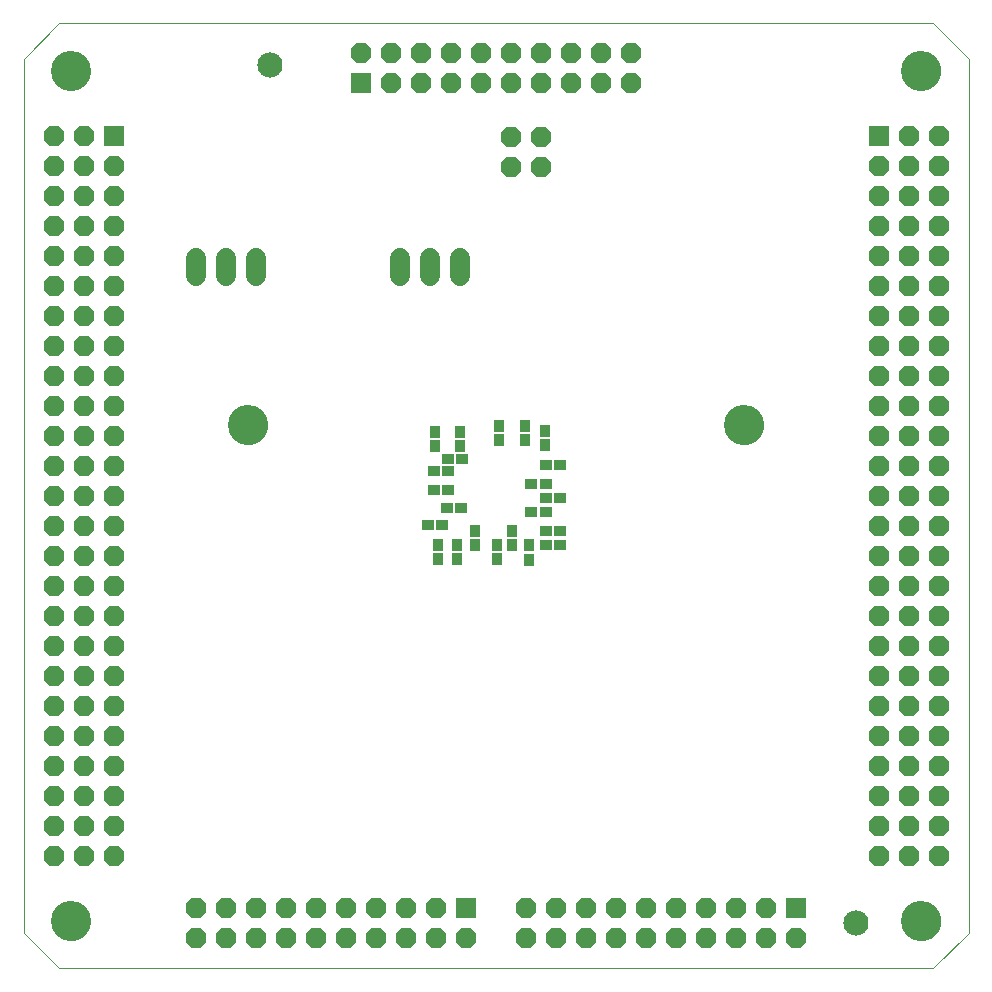
<source format=gbs>
G75*
%MOIN*%
%OFA0B0*%
%FSLAX25Y25*%
%IPPOS*%
%LPD*%
%AMOC8*
5,1,8,0,0,1.08239X$1,22.5*
%
%ADD10R,0.06800X0.06800*%
%ADD11OC8,0.06800*%
%ADD12R,0.03713X0.04442*%
%ADD13R,0.04442X0.03713*%
%ADD14C,0.00000*%
%ADD15C,0.13398*%
%ADD16C,0.06800*%
%ADD17C,0.08400*%
D10*
X0182500Y0029561D03*
X0292500Y0029561D03*
X0320000Y0287100D03*
X0147520Y0304710D03*
X0065000Y0287100D03*
D11*
X0055000Y0287100D03*
X0055000Y0277100D03*
X0065000Y0277100D03*
X0065000Y0267100D03*
X0055000Y0267100D03*
X0055000Y0257100D03*
X0065000Y0257100D03*
X0065000Y0247100D03*
X0055000Y0247100D03*
X0055000Y0237100D03*
X0065000Y0237100D03*
X0065000Y0227100D03*
X0055000Y0227100D03*
X0055000Y0217100D03*
X0065000Y0217100D03*
X0065000Y0207100D03*
X0055000Y0207100D03*
X0055000Y0197100D03*
X0065000Y0197100D03*
X0065000Y0187100D03*
X0055000Y0187100D03*
X0055000Y0177100D03*
X0065000Y0177100D03*
X0065000Y0167100D03*
X0055000Y0167100D03*
X0055000Y0157100D03*
X0065000Y0157100D03*
X0065000Y0147100D03*
X0055000Y0147100D03*
X0055000Y0137100D03*
X0065000Y0137100D03*
X0065000Y0127100D03*
X0055000Y0127100D03*
X0055000Y0117100D03*
X0065000Y0117100D03*
X0065000Y0107100D03*
X0055000Y0107100D03*
X0055000Y0097100D03*
X0065000Y0097100D03*
X0065000Y0087100D03*
X0055000Y0087100D03*
X0055000Y0077100D03*
X0065000Y0077100D03*
X0065000Y0067100D03*
X0055000Y0067100D03*
X0055000Y0057100D03*
X0055000Y0047100D03*
X0065000Y0047100D03*
X0065000Y0057100D03*
X0045000Y0057100D03*
X0045000Y0047100D03*
X0045000Y0067100D03*
X0045000Y0077100D03*
X0045000Y0087100D03*
X0045000Y0097100D03*
X0045000Y0107100D03*
X0045000Y0117100D03*
X0045000Y0127100D03*
X0045000Y0137100D03*
X0045000Y0147100D03*
X0045000Y0157100D03*
X0045000Y0167100D03*
X0045000Y0177100D03*
X0045000Y0187100D03*
X0045000Y0197100D03*
X0045000Y0207100D03*
X0045000Y0217100D03*
X0045000Y0227100D03*
X0045000Y0237100D03*
X0045000Y0247100D03*
X0045000Y0257100D03*
X0045000Y0267100D03*
X0045000Y0277100D03*
X0045000Y0287100D03*
X0147520Y0314710D03*
X0157520Y0314710D03*
X0167520Y0314710D03*
X0177520Y0314710D03*
X0187520Y0314710D03*
X0197520Y0314710D03*
X0207520Y0314710D03*
X0217520Y0314710D03*
X0227520Y0314710D03*
X0237520Y0314710D03*
X0237520Y0304710D03*
X0227520Y0304710D03*
X0217520Y0304710D03*
X0207520Y0304710D03*
X0197520Y0304710D03*
X0187520Y0304710D03*
X0177520Y0304710D03*
X0167520Y0304710D03*
X0157520Y0304710D03*
X0197420Y0286700D03*
X0207420Y0286700D03*
X0207420Y0276700D03*
X0197420Y0276700D03*
X0320000Y0277100D03*
X0330000Y0277100D03*
X0330000Y0267100D03*
X0320000Y0267100D03*
X0320000Y0257100D03*
X0330000Y0257100D03*
X0330000Y0247100D03*
X0320000Y0247100D03*
X0320000Y0237100D03*
X0330000Y0237100D03*
X0330000Y0227100D03*
X0320000Y0227100D03*
X0320000Y0217100D03*
X0330000Y0217100D03*
X0330000Y0207100D03*
X0320000Y0207100D03*
X0320000Y0197100D03*
X0330000Y0197100D03*
X0330000Y0187100D03*
X0320000Y0187100D03*
X0320000Y0177100D03*
X0330000Y0177100D03*
X0330000Y0167100D03*
X0320000Y0167100D03*
X0320000Y0157100D03*
X0330000Y0157100D03*
X0330000Y0147100D03*
X0320000Y0147100D03*
X0320000Y0137100D03*
X0330000Y0137100D03*
X0330000Y0127100D03*
X0320000Y0127100D03*
X0320000Y0117100D03*
X0330000Y0117100D03*
X0330000Y0107100D03*
X0320000Y0107100D03*
X0320000Y0097100D03*
X0330000Y0097100D03*
X0330000Y0087100D03*
X0320000Y0087100D03*
X0320000Y0077100D03*
X0330000Y0077100D03*
X0330000Y0067100D03*
X0320000Y0067100D03*
X0320000Y0057100D03*
X0320000Y0047100D03*
X0330000Y0047100D03*
X0330000Y0057100D03*
X0340000Y0057100D03*
X0340000Y0047100D03*
X0340000Y0067100D03*
X0340000Y0077100D03*
X0340000Y0087100D03*
X0340000Y0097100D03*
X0340000Y0107100D03*
X0340000Y0117100D03*
X0340000Y0127100D03*
X0340000Y0137100D03*
X0340000Y0147100D03*
X0340000Y0157100D03*
X0340000Y0167100D03*
X0340000Y0177100D03*
X0340000Y0187100D03*
X0340000Y0197100D03*
X0340000Y0207100D03*
X0340000Y0217100D03*
X0340000Y0227100D03*
X0340000Y0237100D03*
X0340000Y0247100D03*
X0340000Y0257100D03*
X0340000Y0267100D03*
X0340000Y0277100D03*
X0340000Y0287100D03*
X0330000Y0287100D03*
X0282500Y0029561D03*
X0272500Y0029561D03*
X0262500Y0029561D03*
X0252500Y0029561D03*
X0242500Y0029561D03*
X0232500Y0029561D03*
X0222500Y0029561D03*
X0212500Y0029561D03*
X0202500Y0029561D03*
X0202500Y0019561D03*
X0212500Y0019561D03*
X0222500Y0019561D03*
X0232500Y0019561D03*
X0242500Y0019561D03*
X0252500Y0019561D03*
X0262500Y0019561D03*
X0272500Y0019561D03*
X0282500Y0019561D03*
X0292500Y0019561D03*
X0182500Y0019561D03*
X0172500Y0019561D03*
X0162500Y0019561D03*
X0162500Y0029561D03*
X0172500Y0029561D03*
X0152500Y0029561D03*
X0142500Y0029561D03*
X0132500Y0029561D03*
X0122500Y0029561D03*
X0112500Y0029561D03*
X0102500Y0029561D03*
X0092500Y0029561D03*
X0092500Y0019561D03*
X0102500Y0019561D03*
X0112500Y0019561D03*
X0122500Y0019561D03*
X0132500Y0019561D03*
X0142500Y0019561D03*
X0152500Y0019561D03*
D12*
X0173000Y0145938D03*
X0173000Y0150662D03*
X0179300Y0150662D03*
X0179300Y0145938D03*
X0185400Y0150738D03*
X0185400Y0155462D03*
X0192700Y0150662D03*
X0192700Y0145938D03*
X0197900Y0150738D03*
X0203400Y0150562D03*
X0203400Y0145838D03*
X0197900Y0155462D03*
X0208700Y0184038D03*
X0208700Y0188762D03*
X0202000Y0190462D03*
X0202000Y0185738D03*
X0193500Y0185738D03*
X0193500Y0190462D03*
X0180600Y0188462D03*
X0180600Y0183738D03*
X0172100Y0183738D03*
X0172100Y0188462D03*
D13*
X0176438Y0179300D03*
X0176562Y0175300D03*
X0171838Y0175300D03*
X0171838Y0169100D03*
X0176562Y0169100D03*
X0176138Y0163200D03*
X0180862Y0163200D03*
X0174362Y0157300D03*
X0169638Y0157300D03*
X0181162Y0179300D03*
X0204238Y0171100D03*
X0208962Y0171100D03*
X0209038Y0166300D03*
X0208962Y0161800D03*
X0204238Y0161800D03*
X0209038Y0155300D03*
X0213762Y0155300D03*
X0213762Y0150800D03*
X0209038Y0150800D03*
X0213762Y0166300D03*
X0213762Y0177400D03*
X0209038Y0177400D03*
D14*
X0046811Y0009600D02*
X0035000Y0021411D01*
X0035000Y0312750D01*
X0046811Y0324561D01*
X0338150Y0324561D01*
X0349961Y0312750D01*
X0349961Y0021411D01*
X0338150Y0009600D01*
X0046811Y0009600D01*
X0044449Y0025348D02*
X0044451Y0025506D01*
X0044457Y0025664D01*
X0044467Y0025822D01*
X0044481Y0025980D01*
X0044499Y0026137D01*
X0044520Y0026294D01*
X0044546Y0026450D01*
X0044576Y0026606D01*
X0044609Y0026761D01*
X0044647Y0026914D01*
X0044688Y0027067D01*
X0044733Y0027219D01*
X0044782Y0027370D01*
X0044835Y0027519D01*
X0044891Y0027667D01*
X0044951Y0027813D01*
X0045015Y0027958D01*
X0045083Y0028101D01*
X0045154Y0028243D01*
X0045228Y0028383D01*
X0045306Y0028520D01*
X0045388Y0028656D01*
X0045472Y0028790D01*
X0045561Y0028921D01*
X0045652Y0029050D01*
X0045747Y0029177D01*
X0045844Y0029302D01*
X0045945Y0029424D01*
X0046049Y0029543D01*
X0046156Y0029660D01*
X0046266Y0029774D01*
X0046379Y0029885D01*
X0046494Y0029994D01*
X0046612Y0030099D01*
X0046733Y0030201D01*
X0046856Y0030301D01*
X0046982Y0030397D01*
X0047110Y0030490D01*
X0047240Y0030580D01*
X0047373Y0030666D01*
X0047508Y0030750D01*
X0047644Y0030829D01*
X0047783Y0030906D01*
X0047924Y0030978D01*
X0048066Y0031048D01*
X0048210Y0031113D01*
X0048356Y0031175D01*
X0048503Y0031233D01*
X0048652Y0031288D01*
X0048802Y0031339D01*
X0048953Y0031386D01*
X0049105Y0031429D01*
X0049258Y0031468D01*
X0049413Y0031504D01*
X0049568Y0031535D01*
X0049724Y0031563D01*
X0049880Y0031587D01*
X0050037Y0031607D01*
X0050195Y0031623D01*
X0050352Y0031635D01*
X0050511Y0031643D01*
X0050669Y0031647D01*
X0050827Y0031647D01*
X0050985Y0031643D01*
X0051144Y0031635D01*
X0051301Y0031623D01*
X0051459Y0031607D01*
X0051616Y0031587D01*
X0051772Y0031563D01*
X0051928Y0031535D01*
X0052083Y0031504D01*
X0052238Y0031468D01*
X0052391Y0031429D01*
X0052543Y0031386D01*
X0052694Y0031339D01*
X0052844Y0031288D01*
X0052993Y0031233D01*
X0053140Y0031175D01*
X0053286Y0031113D01*
X0053430Y0031048D01*
X0053572Y0030978D01*
X0053713Y0030906D01*
X0053852Y0030829D01*
X0053988Y0030750D01*
X0054123Y0030666D01*
X0054256Y0030580D01*
X0054386Y0030490D01*
X0054514Y0030397D01*
X0054640Y0030301D01*
X0054763Y0030201D01*
X0054884Y0030099D01*
X0055002Y0029994D01*
X0055117Y0029885D01*
X0055230Y0029774D01*
X0055340Y0029660D01*
X0055447Y0029543D01*
X0055551Y0029424D01*
X0055652Y0029302D01*
X0055749Y0029177D01*
X0055844Y0029050D01*
X0055935Y0028921D01*
X0056024Y0028790D01*
X0056108Y0028656D01*
X0056190Y0028520D01*
X0056268Y0028383D01*
X0056342Y0028243D01*
X0056413Y0028101D01*
X0056481Y0027958D01*
X0056545Y0027813D01*
X0056605Y0027667D01*
X0056661Y0027519D01*
X0056714Y0027370D01*
X0056763Y0027219D01*
X0056808Y0027067D01*
X0056849Y0026914D01*
X0056887Y0026761D01*
X0056920Y0026606D01*
X0056950Y0026450D01*
X0056976Y0026294D01*
X0056997Y0026137D01*
X0057015Y0025980D01*
X0057029Y0025822D01*
X0057039Y0025664D01*
X0057045Y0025506D01*
X0057047Y0025348D01*
X0057045Y0025190D01*
X0057039Y0025032D01*
X0057029Y0024874D01*
X0057015Y0024716D01*
X0056997Y0024559D01*
X0056976Y0024402D01*
X0056950Y0024246D01*
X0056920Y0024090D01*
X0056887Y0023935D01*
X0056849Y0023782D01*
X0056808Y0023629D01*
X0056763Y0023477D01*
X0056714Y0023326D01*
X0056661Y0023177D01*
X0056605Y0023029D01*
X0056545Y0022883D01*
X0056481Y0022738D01*
X0056413Y0022595D01*
X0056342Y0022453D01*
X0056268Y0022313D01*
X0056190Y0022176D01*
X0056108Y0022040D01*
X0056024Y0021906D01*
X0055935Y0021775D01*
X0055844Y0021646D01*
X0055749Y0021519D01*
X0055652Y0021394D01*
X0055551Y0021272D01*
X0055447Y0021153D01*
X0055340Y0021036D01*
X0055230Y0020922D01*
X0055117Y0020811D01*
X0055002Y0020702D01*
X0054884Y0020597D01*
X0054763Y0020495D01*
X0054640Y0020395D01*
X0054514Y0020299D01*
X0054386Y0020206D01*
X0054256Y0020116D01*
X0054123Y0020030D01*
X0053988Y0019946D01*
X0053852Y0019867D01*
X0053713Y0019790D01*
X0053572Y0019718D01*
X0053430Y0019648D01*
X0053286Y0019583D01*
X0053140Y0019521D01*
X0052993Y0019463D01*
X0052844Y0019408D01*
X0052694Y0019357D01*
X0052543Y0019310D01*
X0052391Y0019267D01*
X0052238Y0019228D01*
X0052083Y0019192D01*
X0051928Y0019161D01*
X0051772Y0019133D01*
X0051616Y0019109D01*
X0051459Y0019089D01*
X0051301Y0019073D01*
X0051144Y0019061D01*
X0050985Y0019053D01*
X0050827Y0019049D01*
X0050669Y0019049D01*
X0050511Y0019053D01*
X0050352Y0019061D01*
X0050195Y0019073D01*
X0050037Y0019089D01*
X0049880Y0019109D01*
X0049724Y0019133D01*
X0049568Y0019161D01*
X0049413Y0019192D01*
X0049258Y0019228D01*
X0049105Y0019267D01*
X0048953Y0019310D01*
X0048802Y0019357D01*
X0048652Y0019408D01*
X0048503Y0019463D01*
X0048356Y0019521D01*
X0048210Y0019583D01*
X0048066Y0019648D01*
X0047924Y0019718D01*
X0047783Y0019790D01*
X0047644Y0019867D01*
X0047508Y0019946D01*
X0047373Y0020030D01*
X0047240Y0020116D01*
X0047110Y0020206D01*
X0046982Y0020299D01*
X0046856Y0020395D01*
X0046733Y0020495D01*
X0046612Y0020597D01*
X0046494Y0020702D01*
X0046379Y0020811D01*
X0046266Y0020922D01*
X0046156Y0021036D01*
X0046049Y0021153D01*
X0045945Y0021272D01*
X0045844Y0021394D01*
X0045747Y0021519D01*
X0045652Y0021646D01*
X0045561Y0021775D01*
X0045472Y0021906D01*
X0045388Y0022040D01*
X0045306Y0022176D01*
X0045228Y0022313D01*
X0045154Y0022453D01*
X0045083Y0022595D01*
X0045015Y0022738D01*
X0044951Y0022883D01*
X0044891Y0023029D01*
X0044835Y0023177D01*
X0044782Y0023326D01*
X0044733Y0023477D01*
X0044688Y0023629D01*
X0044647Y0023782D01*
X0044609Y0023935D01*
X0044576Y0024090D01*
X0044546Y0024246D01*
X0044520Y0024402D01*
X0044499Y0024559D01*
X0044481Y0024716D01*
X0044467Y0024874D01*
X0044457Y0025032D01*
X0044451Y0025190D01*
X0044449Y0025348D01*
X0103504Y0190702D02*
X0103506Y0190860D01*
X0103512Y0191018D01*
X0103522Y0191176D01*
X0103536Y0191334D01*
X0103554Y0191491D01*
X0103575Y0191648D01*
X0103601Y0191804D01*
X0103631Y0191960D01*
X0103664Y0192115D01*
X0103702Y0192268D01*
X0103743Y0192421D01*
X0103788Y0192573D01*
X0103837Y0192724D01*
X0103890Y0192873D01*
X0103946Y0193021D01*
X0104006Y0193167D01*
X0104070Y0193312D01*
X0104138Y0193455D01*
X0104209Y0193597D01*
X0104283Y0193737D01*
X0104361Y0193874D01*
X0104443Y0194010D01*
X0104527Y0194144D01*
X0104616Y0194275D01*
X0104707Y0194404D01*
X0104802Y0194531D01*
X0104899Y0194656D01*
X0105000Y0194778D01*
X0105104Y0194897D01*
X0105211Y0195014D01*
X0105321Y0195128D01*
X0105434Y0195239D01*
X0105549Y0195348D01*
X0105667Y0195453D01*
X0105788Y0195555D01*
X0105911Y0195655D01*
X0106037Y0195751D01*
X0106165Y0195844D01*
X0106295Y0195934D01*
X0106428Y0196020D01*
X0106563Y0196104D01*
X0106699Y0196183D01*
X0106838Y0196260D01*
X0106979Y0196332D01*
X0107121Y0196402D01*
X0107265Y0196467D01*
X0107411Y0196529D01*
X0107558Y0196587D01*
X0107707Y0196642D01*
X0107857Y0196693D01*
X0108008Y0196740D01*
X0108160Y0196783D01*
X0108313Y0196822D01*
X0108468Y0196858D01*
X0108623Y0196889D01*
X0108779Y0196917D01*
X0108935Y0196941D01*
X0109092Y0196961D01*
X0109250Y0196977D01*
X0109407Y0196989D01*
X0109566Y0196997D01*
X0109724Y0197001D01*
X0109882Y0197001D01*
X0110040Y0196997D01*
X0110199Y0196989D01*
X0110356Y0196977D01*
X0110514Y0196961D01*
X0110671Y0196941D01*
X0110827Y0196917D01*
X0110983Y0196889D01*
X0111138Y0196858D01*
X0111293Y0196822D01*
X0111446Y0196783D01*
X0111598Y0196740D01*
X0111749Y0196693D01*
X0111899Y0196642D01*
X0112048Y0196587D01*
X0112195Y0196529D01*
X0112341Y0196467D01*
X0112485Y0196402D01*
X0112627Y0196332D01*
X0112768Y0196260D01*
X0112907Y0196183D01*
X0113043Y0196104D01*
X0113178Y0196020D01*
X0113311Y0195934D01*
X0113441Y0195844D01*
X0113569Y0195751D01*
X0113695Y0195655D01*
X0113818Y0195555D01*
X0113939Y0195453D01*
X0114057Y0195348D01*
X0114172Y0195239D01*
X0114285Y0195128D01*
X0114395Y0195014D01*
X0114502Y0194897D01*
X0114606Y0194778D01*
X0114707Y0194656D01*
X0114804Y0194531D01*
X0114899Y0194404D01*
X0114990Y0194275D01*
X0115079Y0194144D01*
X0115163Y0194010D01*
X0115245Y0193874D01*
X0115323Y0193737D01*
X0115397Y0193597D01*
X0115468Y0193455D01*
X0115536Y0193312D01*
X0115600Y0193167D01*
X0115660Y0193021D01*
X0115716Y0192873D01*
X0115769Y0192724D01*
X0115818Y0192573D01*
X0115863Y0192421D01*
X0115904Y0192268D01*
X0115942Y0192115D01*
X0115975Y0191960D01*
X0116005Y0191804D01*
X0116031Y0191648D01*
X0116052Y0191491D01*
X0116070Y0191334D01*
X0116084Y0191176D01*
X0116094Y0191018D01*
X0116100Y0190860D01*
X0116102Y0190702D01*
X0116100Y0190544D01*
X0116094Y0190386D01*
X0116084Y0190228D01*
X0116070Y0190070D01*
X0116052Y0189913D01*
X0116031Y0189756D01*
X0116005Y0189600D01*
X0115975Y0189444D01*
X0115942Y0189289D01*
X0115904Y0189136D01*
X0115863Y0188983D01*
X0115818Y0188831D01*
X0115769Y0188680D01*
X0115716Y0188531D01*
X0115660Y0188383D01*
X0115600Y0188237D01*
X0115536Y0188092D01*
X0115468Y0187949D01*
X0115397Y0187807D01*
X0115323Y0187667D01*
X0115245Y0187530D01*
X0115163Y0187394D01*
X0115079Y0187260D01*
X0114990Y0187129D01*
X0114899Y0187000D01*
X0114804Y0186873D01*
X0114707Y0186748D01*
X0114606Y0186626D01*
X0114502Y0186507D01*
X0114395Y0186390D01*
X0114285Y0186276D01*
X0114172Y0186165D01*
X0114057Y0186056D01*
X0113939Y0185951D01*
X0113818Y0185849D01*
X0113695Y0185749D01*
X0113569Y0185653D01*
X0113441Y0185560D01*
X0113311Y0185470D01*
X0113178Y0185384D01*
X0113043Y0185300D01*
X0112907Y0185221D01*
X0112768Y0185144D01*
X0112627Y0185072D01*
X0112485Y0185002D01*
X0112341Y0184937D01*
X0112195Y0184875D01*
X0112048Y0184817D01*
X0111899Y0184762D01*
X0111749Y0184711D01*
X0111598Y0184664D01*
X0111446Y0184621D01*
X0111293Y0184582D01*
X0111138Y0184546D01*
X0110983Y0184515D01*
X0110827Y0184487D01*
X0110671Y0184463D01*
X0110514Y0184443D01*
X0110356Y0184427D01*
X0110199Y0184415D01*
X0110040Y0184407D01*
X0109882Y0184403D01*
X0109724Y0184403D01*
X0109566Y0184407D01*
X0109407Y0184415D01*
X0109250Y0184427D01*
X0109092Y0184443D01*
X0108935Y0184463D01*
X0108779Y0184487D01*
X0108623Y0184515D01*
X0108468Y0184546D01*
X0108313Y0184582D01*
X0108160Y0184621D01*
X0108008Y0184664D01*
X0107857Y0184711D01*
X0107707Y0184762D01*
X0107558Y0184817D01*
X0107411Y0184875D01*
X0107265Y0184937D01*
X0107121Y0185002D01*
X0106979Y0185072D01*
X0106838Y0185144D01*
X0106699Y0185221D01*
X0106563Y0185300D01*
X0106428Y0185384D01*
X0106295Y0185470D01*
X0106165Y0185560D01*
X0106037Y0185653D01*
X0105911Y0185749D01*
X0105788Y0185849D01*
X0105667Y0185951D01*
X0105549Y0186056D01*
X0105434Y0186165D01*
X0105321Y0186276D01*
X0105211Y0186390D01*
X0105104Y0186507D01*
X0105000Y0186626D01*
X0104899Y0186748D01*
X0104802Y0186873D01*
X0104707Y0187000D01*
X0104616Y0187129D01*
X0104527Y0187260D01*
X0104443Y0187394D01*
X0104361Y0187530D01*
X0104283Y0187667D01*
X0104209Y0187807D01*
X0104138Y0187949D01*
X0104070Y0188092D01*
X0104006Y0188237D01*
X0103946Y0188383D01*
X0103890Y0188531D01*
X0103837Y0188680D01*
X0103788Y0188831D01*
X0103743Y0188983D01*
X0103702Y0189136D01*
X0103664Y0189289D01*
X0103631Y0189444D01*
X0103601Y0189600D01*
X0103575Y0189756D01*
X0103554Y0189913D01*
X0103536Y0190070D01*
X0103522Y0190228D01*
X0103512Y0190386D01*
X0103506Y0190544D01*
X0103504Y0190702D01*
X0044449Y0308813D02*
X0044451Y0308971D01*
X0044457Y0309129D01*
X0044467Y0309287D01*
X0044481Y0309445D01*
X0044499Y0309602D01*
X0044520Y0309759D01*
X0044546Y0309915D01*
X0044576Y0310071D01*
X0044609Y0310226D01*
X0044647Y0310379D01*
X0044688Y0310532D01*
X0044733Y0310684D01*
X0044782Y0310835D01*
X0044835Y0310984D01*
X0044891Y0311132D01*
X0044951Y0311278D01*
X0045015Y0311423D01*
X0045083Y0311566D01*
X0045154Y0311708D01*
X0045228Y0311848D01*
X0045306Y0311985D01*
X0045388Y0312121D01*
X0045472Y0312255D01*
X0045561Y0312386D01*
X0045652Y0312515D01*
X0045747Y0312642D01*
X0045844Y0312767D01*
X0045945Y0312889D01*
X0046049Y0313008D01*
X0046156Y0313125D01*
X0046266Y0313239D01*
X0046379Y0313350D01*
X0046494Y0313459D01*
X0046612Y0313564D01*
X0046733Y0313666D01*
X0046856Y0313766D01*
X0046982Y0313862D01*
X0047110Y0313955D01*
X0047240Y0314045D01*
X0047373Y0314131D01*
X0047508Y0314215D01*
X0047644Y0314294D01*
X0047783Y0314371D01*
X0047924Y0314443D01*
X0048066Y0314513D01*
X0048210Y0314578D01*
X0048356Y0314640D01*
X0048503Y0314698D01*
X0048652Y0314753D01*
X0048802Y0314804D01*
X0048953Y0314851D01*
X0049105Y0314894D01*
X0049258Y0314933D01*
X0049413Y0314969D01*
X0049568Y0315000D01*
X0049724Y0315028D01*
X0049880Y0315052D01*
X0050037Y0315072D01*
X0050195Y0315088D01*
X0050352Y0315100D01*
X0050511Y0315108D01*
X0050669Y0315112D01*
X0050827Y0315112D01*
X0050985Y0315108D01*
X0051144Y0315100D01*
X0051301Y0315088D01*
X0051459Y0315072D01*
X0051616Y0315052D01*
X0051772Y0315028D01*
X0051928Y0315000D01*
X0052083Y0314969D01*
X0052238Y0314933D01*
X0052391Y0314894D01*
X0052543Y0314851D01*
X0052694Y0314804D01*
X0052844Y0314753D01*
X0052993Y0314698D01*
X0053140Y0314640D01*
X0053286Y0314578D01*
X0053430Y0314513D01*
X0053572Y0314443D01*
X0053713Y0314371D01*
X0053852Y0314294D01*
X0053988Y0314215D01*
X0054123Y0314131D01*
X0054256Y0314045D01*
X0054386Y0313955D01*
X0054514Y0313862D01*
X0054640Y0313766D01*
X0054763Y0313666D01*
X0054884Y0313564D01*
X0055002Y0313459D01*
X0055117Y0313350D01*
X0055230Y0313239D01*
X0055340Y0313125D01*
X0055447Y0313008D01*
X0055551Y0312889D01*
X0055652Y0312767D01*
X0055749Y0312642D01*
X0055844Y0312515D01*
X0055935Y0312386D01*
X0056024Y0312255D01*
X0056108Y0312121D01*
X0056190Y0311985D01*
X0056268Y0311848D01*
X0056342Y0311708D01*
X0056413Y0311566D01*
X0056481Y0311423D01*
X0056545Y0311278D01*
X0056605Y0311132D01*
X0056661Y0310984D01*
X0056714Y0310835D01*
X0056763Y0310684D01*
X0056808Y0310532D01*
X0056849Y0310379D01*
X0056887Y0310226D01*
X0056920Y0310071D01*
X0056950Y0309915D01*
X0056976Y0309759D01*
X0056997Y0309602D01*
X0057015Y0309445D01*
X0057029Y0309287D01*
X0057039Y0309129D01*
X0057045Y0308971D01*
X0057047Y0308813D01*
X0057045Y0308655D01*
X0057039Y0308497D01*
X0057029Y0308339D01*
X0057015Y0308181D01*
X0056997Y0308024D01*
X0056976Y0307867D01*
X0056950Y0307711D01*
X0056920Y0307555D01*
X0056887Y0307400D01*
X0056849Y0307247D01*
X0056808Y0307094D01*
X0056763Y0306942D01*
X0056714Y0306791D01*
X0056661Y0306642D01*
X0056605Y0306494D01*
X0056545Y0306348D01*
X0056481Y0306203D01*
X0056413Y0306060D01*
X0056342Y0305918D01*
X0056268Y0305778D01*
X0056190Y0305641D01*
X0056108Y0305505D01*
X0056024Y0305371D01*
X0055935Y0305240D01*
X0055844Y0305111D01*
X0055749Y0304984D01*
X0055652Y0304859D01*
X0055551Y0304737D01*
X0055447Y0304618D01*
X0055340Y0304501D01*
X0055230Y0304387D01*
X0055117Y0304276D01*
X0055002Y0304167D01*
X0054884Y0304062D01*
X0054763Y0303960D01*
X0054640Y0303860D01*
X0054514Y0303764D01*
X0054386Y0303671D01*
X0054256Y0303581D01*
X0054123Y0303495D01*
X0053988Y0303411D01*
X0053852Y0303332D01*
X0053713Y0303255D01*
X0053572Y0303183D01*
X0053430Y0303113D01*
X0053286Y0303048D01*
X0053140Y0302986D01*
X0052993Y0302928D01*
X0052844Y0302873D01*
X0052694Y0302822D01*
X0052543Y0302775D01*
X0052391Y0302732D01*
X0052238Y0302693D01*
X0052083Y0302657D01*
X0051928Y0302626D01*
X0051772Y0302598D01*
X0051616Y0302574D01*
X0051459Y0302554D01*
X0051301Y0302538D01*
X0051144Y0302526D01*
X0050985Y0302518D01*
X0050827Y0302514D01*
X0050669Y0302514D01*
X0050511Y0302518D01*
X0050352Y0302526D01*
X0050195Y0302538D01*
X0050037Y0302554D01*
X0049880Y0302574D01*
X0049724Y0302598D01*
X0049568Y0302626D01*
X0049413Y0302657D01*
X0049258Y0302693D01*
X0049105Y0302732D01*
X0048953Y0302775D01*
X0048802Y0302822D01*
X0048652Y0302873D01*
X0048503Y0302928D01*
X0048356Y0302986D01*
X0048210Y0303048D01*
X0048066Y0303113D01*
X0047924Y0303183D01*
X0047783Y0303255D01*
X0047644Y0303332D01*
X0047508Y0303411D01*
X0047373Y0303495D01*
X0047240Y0303581D01*
X0047110Y0303671D01*
X0046982Y0303764D01*
X0046856Y0303860D01*
X0046733Y0303960D01*
X0046612Y0304062D01*
X0046494Y0304167D01*
X0046379Y0304276D01*
X0046266Y0304387D01*
X0046156Y0304501D01*
X0046049Y0304618D01*
X0045945Y0304737D01*
X0045844Y0304859D01*
X0045747Y0304984D01*
X0045652Y0305111D01*
X0045561Y0305240D01*
X0045472Y0305371D01*
X0045388Y0305505D01*
X0045306Y0305641D01*
X0045228Y0305778D01*
X0045154Y0305918D01*
X0045083Y0306060D01*
X0045015Y0306203D01*
X0044951Y0306348D01*
X0044891Y0306494D01*
X0044835Y0306642D01*
X0044782Y0306791D01*
X0044733Y0306942D01*
X0044688Y0307094D01*
X0044647Y0307247D01*
X0044609Y0307400D01*
X0044576Y0307555D01*
X0044546Y0307711D01*
X0044520Y0307867D01*
X0044499Y0308024D01*
X0044481Y0308181D01*
X0044467Y0308339D01*
X0044457Y0308497D01*
X0044451Y0308655D01*
X0044449Y0308813D01*
X0268858Y0190702D02*
X0268860Y0190860D01*
X0268866Y0191018D01*
X0268876Y0191176D01*
X0268890Y0191334D01*
X0268908Y0191491D01*
X0268929Y0191648D01*
X0268955Y0191804D01*
X0268985Y0191960D01*
X0269018Y0192115D01*
X0269056Y0192268D01*
X0269097Y0192421D01*
X0269142Y0192573D01*
X0269191Y0192724D01*
X0269244Y0192873D01*
X0269300Y0193021D01*
X0269360Y0193167D01*
X0269424Y0193312D01*
X0269492Y0193455D01*
X0269563Y0193597D01*
X0269637Y0193737D01*
X0269715Y0193874D01*
X0269797Y0194010D01*
X0269881Y0194144D01*
X0269970Y0194275D01*
X0270061Y0194404D01*
X0270156Y0194531D01*
X0270253Y0194656D01*
X0270354Y0194778D01*
X0270458Y0194897D01*
X0270565Y0195014D01*
X0270675Y0195128D01*
X0270788Y0195239D01*
X0270903Y0195348D01*
X0271021Y0195453D01*
X0271142Y0195555D01*
X0271265Y0195655D01*
X0271391Y0195751D01*
X0271519Y0195844D01*
X0271649Y0195934D01*
X0271782Y0196020D01*
X0271917Y0196104D01*
X0272053Y0196183D01*
X0272192Y0196260D01*
X0272333Y0196332D01*
X0272475Y0196402D01*
X0272619Y0196467D01*
X0272765Y0196529D01*
X0272912Y0196587D01*
X0273061Y0196642D01*
X0273211Y0196693D01*
X0273362Y0196740D01*
X0273514Y0196783D01*
X0273667Y0196822D01*
X0273822Y0196858D01*
X0273977Y0196889D01*
X0274133Y0196917D01*
X0274289Y0196941D01*
X0274446Y0196961D01*
X0274604Y0196977D01*
X0274761Y0196989D01*
X0274920Y0196997D01*
X0275078Y0197001D01*
X0275236Y0197001D01*
X0275394Y0196997D01*
X0275553Y0196989D01*
X0275710Y0196977D01*
X0275868Y0196961D01*
X0276025Y0196941D01*
X0276181Y0196917D01*
X0276337Y0196889D01*
X0276492Y0196858D01*
X0276647Y0196822D01*
X0276800Y0196783D01*
X0276952Y0196740D01*
X0277103Y0196693D01*
X0277253Y0196642D01*
X0277402Y0196587D01*
X0277549Y0196529D01*
X0277695Y0196467D01*
X0277839Y0196402D01*
X0277981Y0196332D01*
X0278122Y0196260D01*
X0278261Y0196183D01*
X0278397Y0196104D01*
X0278532Y0196020D01*
X0278665Y0195934D01*
X0278795Y0195844D01*
X0278923Y0195751D01*
X0279049Y0195655D01*
X0279172Y0195555D01*
X0279293Y0195453D01*
X0279411Y0195348D01*
X0279526Y0195239D01*
X0279639Y0195128D01*
X0279749Y0195014D01*
X0279856Y0194897D01*
X0279960Y0194778D01*
X0280061Y0194656D01*
X0280158Y0194531D01*
X0280253Y0194404D01*
X0280344Y0194275D01*
X0280433Y0194144D01*
X0280517Y0194010D01*
X0280599Y0193874D01*
X0280677Y0193737D01*
X0280751Y0193597D01*
X0280822Y0193455D01*
X0280890Y0193312D01*
X0280954Y0193167D01*
X0281014Y0193021D01*
X0281070Y0192873D01*
X0281123Y0192724D01*
X0281172Y0192573D01*
X0281217Y0192421D01*
X0281258Y0192268D01*
X0281296Y0192115D01*
X0281329Y0191960D01*
X0281359Y0191804D01*
X0281385Y0191648D01*
X0281406Y0191491D01*
X0281424Y0191334D01*
X0281438Y0191176D01*
X0281448Y0191018D01*
X0281454Y0190860D01*
X0281456Y0190702D01*
X0281454Y0190544D01*
X0281448Y0190386D01*
X0281438Y0190228D01*
X0281424Y0190070D01*
X0281406Y0189913D01*
X0281385Y0189756D01*
X0281359Y0189600D01*
X0281329Y0189444D01*
X0281296Y0189289D01*
X0281258Y0189136D01*
X0281217Y0188983D01*
X0281172Y0188831D01*
X0281123Y0188680D01*
X0281070Y0188531D01*
X0281014Y0188383D01*
X0280954Y0188237D01*
X0280890Y0188092D01*
X0280822Y0187949D01*
X0280751Y0187807D01*
X0280677Y0187667D01*
X0280599Y0187530D01*
X0280517Y0187394D01*
X0280433Y0187260D01*
X0280344Y0187129D01*
X0280253Y0187000D01*
X0280158Y0186873D01*
X0280061Y0186748D01*
X0279960Y0186626D01*
X0279856Y0186507D01*
X0279749Y0186390D01*
X0279639Y0186276D01*
X0279526Y0186165D01*
X0279411Y0186056D01*
X0279293Y0185951D01*
X0279172Y0185849D01*
X0279049Y0185749D01*
X0278923Y0185653D01*
X0278795Y0185560D01*
X0278665Y0185470D01*
X0278532Y0185384D01*
X0278397Y0185300D01*
X0278261Y0185221D01*
X0278122Y0185144D01*
X0277981Y0185072D01*
X0277839Y0185002D01*
X0277695Y0184937D01*
X0277549Y0184875D01*
X0277402Y0184817D01*
X0277253Y0184762D01*
X0277103Y0184711D01*
X0276952Y0184664D01*
X0276800Y0184621D01*
X0276647Y0184582D01*
X0276492Y0184546D01*
X0276337Y0184515D01*
X0276181Y0184487D01*
X0276025Y0184463D01*
X0275868Y0184443D01*
X0275710Y0184427D01*
X0275553Y0184415D01*
X0275394Y0184407D01*
X0275236Y0184403D01*
X0275078Y0184403D01*
X0274920Y0184407D01*
X0274761Y0184415D01*
X0274604Y0184427D01*
X0274446Y0184443D01*
X0274289Y0184463D01*
X0274133Y0184487D01*
X0273977Y0184515D01*
X0273822Y0184546D01*
X0273667Y0184582D01*
X0273514Y0184621D01*
X0273362Y0184664D01*
X0273211Y0184711D01*
X0273061Y0184762D01*
X0272912Y0184817D01*
X0272765Y0184875D01*
X0272619Y0184937D01*
X0272475Y0185002D01*
X0272333Y0185072D01*
X0272192Y0185144D01*
X0272053Y0185221D01*
X0271917Y0185300D01*
X0271782Y0185384D01*
X0271649Y0185470D01*
X0271519Y0185560D01*
X0271391Y0185653D01*
X0271265Y0185749D01*
X0271142Y0185849D01*
X0271021Y0185951D01*
X0270903Y0186056D01*
X0270788Y0186165D01*
X0270675Y0186276D01*
X0270565Y0186390D01*
X0270458Y0186507D01*
X0270354Y0186626D01*
X0270253Y0186748D01*
X0270156Y0186873D01*
X0270061Y0187000D01*
X0269970Y0187129D01*
X0269881Y0187260D01*
X0269797Y0187394D01*
X0269715Y0187530D01*
X0269637Y0187667D01*
X0269563Y0187807D01*
X0269492Y0187949D01*
X0269424Y0188092D01*
X0269360Y0188237D01*
X0269300Y0188383D01*
X0269244Y0188531D01*
X0269191Y0188680D01*
X0269142Y0188831D01*
X0269097Y0188983D01*
X0269056Y0189136D01*
X0269018Y0189289D01*
X0268985Y0189444D01*
X0268955Y0189600D01*
X0268929Y0189756D01*
X0268908Y0189913D01*
X0268890Y0190070D01*
X0268876Y0190228D01*
X0268866Y0190386D01*
X0268860Y0190544D01*
X0268858Y0190702D01*
X0327914Y0308813D02*
X0327916Y0308971D01*
X0327922Y0309129D01*
X0327932Y0309287D01*
X0327946Y0309445D01*
X0327964Y0309602D01*
X0327985Y0309759D01*
X0328011Y0309915D01*
X0328041Y0310071D01*
X0328074Y0310226D01*
X0328112Y0310379D01*
X0328153Y0310532D01*
X0328198Y0310684D01*
X0328247Y0310835D01*
X0328300Y0310984D01*
X0328356Y0311132D01*
X0328416Y0311278D01*
X0328480Y0311423D01*
X0328548Y0311566D01*
X0328619Y0311708D01*
X0328693Y0311848D01*
X0328771Y0311985D01*
X0328853Y0312121D01*
X0328937Y0312255D01*
X0329026Y0312386D01*
X0329117Y0312515D01*
X0329212Y0312642D01*
X0329309Y0312767D01*
X0329410Y0312889D01*
X0329514Y0313008D01*
X0329621Y0313125D01*
X0329731Y0313239D01*
X0329844Y0313350D01*
X0329959Y0313459D01*
X0330077Y0313564D01*
X0330198Y0313666D01*
X0330321Y0313766D01*
X0330447Y0313862D01*
X0330575Y0313955D01*
X0330705Y0314045D01*
X0330838Y0314131D01*
X0330973Y0314215D01*
X0331109Y0314294D01*
X0331248Y0314371D01*
X0331389Y0314443D01*
X0331531Y0314513D01*
X0331675Y0314578D01*
X0331821Y0314640D01*
X0331968Y0314698D01*
X0332117Y0314753D01*
X0332267Y0314804D01*
X0332418Y0314851D01*
X0332570Y0314894D01*
X0332723Y0314933D01*
X0332878Y0314969D01*
X0333033Y0315000D01*
X0333189Y0315028D01*
X0333345Y0315052D01*
X0333502Y0315072D01*
X0333660Y0315088D01*
X0333817Y0315100D01*
X0333976Y0315108D01*
X0334134Y0315112D01*
X0334292Y0315112D01*
X0334450Y0315108D01*
X0334609Y0315100D01*
X0334766Y0315088D01*
X0334924Y0315072D01*
X0335081Y0315052D01*
X0335237Y0315028D01*
X0335393Y0315000D01*
X0335548Y0314969D01*
X0335703Y0314933D01*
X0335856Y0314894D01*
X0336008Y0314851D01*
X0336159Y0314804D01*
X0336309Y0314753D01*
X0336458Y0314698D01*
X0336605Y0314640D01*
X0336751Y0314578D01*
X0336895Y0314513D01*
X0337037Y0314443D01*
X0337178Y0314371D01*
X0337317Y0314294D01*
X0337453Y0314215D01*
X0337588Y0314131D01*
X0337721Y0314045D01*
X0337851Y0313955D01*
X0337979Y0313862D01*
X0338105Y0313766D01*
X0338228Y0313666D01*
X0338349Y0313564D01*
X0338467Y0313459D01*
X0338582Y0313350D01*
X0338695Y0313239D01*
X0338805Y0313125D01*
X0338912Y0313008D01*
X0339016Y0312889D01*
X0339117Y0312767D01*
X0339214Y0312642D01*
X0339309Y0312515D01*
X0339400Y0312386D01*
X0339489Y0312255D01*
X0339573Y0312121D01*
X0339655Y0311985D01*
X0339733Y0311848D01*
X0339807Y0311708D01*
X0339878Y0311566D01*
X0339946Y0311423D01*
X0340010Y0311278D01*
X0340070Y0311132D01*
X0340126Y0310984D01*
X0340179Y0310835D01*
X0340228Y0310684D01*
X0340273Y0310532D01*
X0340314Y0310379D01*
X0340352Y0310226D01*
X0340385Y0310071D01*
X0340415Y0309915D01*
X0340441Y0309759D01*
X0340462Y0309602D01*
X0340480Y0309445D01*
X0340494Y0309287D01*
X0340504Y0309129D01*
X0340510Y0308971D01*
X0340512Y0308813D01*
X0340510Y0308655D01*
X0340504Y0308497D01*
X0340494Y0308339D01*
X0340480Y0308181D01*
X0340462Y0308024D01*
X0340441Y0307867D01*
X0340415Y0307711D01*
X0340385Y0307555D01*
X0340352Y0307400D01*
X0340314Y0307247D01*
X0340273Y0307094D01*
X0340228Y0306942D01*
X0340179Y0306791D01*
X0340126Y0306642D01*
X0340070Y0306494D01*
X0340010Y0306348D01*
X0339946Y0306203D01*
X0339878Y0306060D01*
X0339807Y0305918D01*
X0339733Y0305778D01*
X0339655Y0305641D01*
X0339573Y0305505D01*
X0339489Y0305371D01*
X0339400Y0305240D01*
X0339309Y0305111D01*
X0339214Y0304984D01*
X0339117Y0304859D01*
X0339016Y0304737D01*
X0338912Y0304618D01*
X0338805Y0304501D01*
X0338695Y0304387D01*
X0338582Y0304276D01*
X0338467Y0304167D01*
X0338349Y0304062D01*
X0338228Y0303960D01*
X0338105Y0303860D01*
X0337979Y0303764D01*
X0337851Y0303671D01*
X0337721Y0303581D01*
X0337588Y0303495D01*
X0337453Y0303411D01*
X0337317Y0303332D01*
X0337178Y0303255D01*
X0337037Y0303183D01*
X0336895Y0303113D01*
X0336751Y0303048D01*
X0336605Y0302986D01*
X0336458Y0302928D01*
X0336309Y0302873D01*
X0336159Y0302822D01*
X0336008Y0302775D01*
X0335856Y0302732D01*
X0335703Y0302693D01*
X0335548Y0302657D01*
X0335393Y0302626D01*
X0335237Y0302598D01*
X0335081Y0302574D01*
X0334924Y0302554D01*
X0334766Y0302538D01*
X0334609Y0302526D01*
X0334450Y0302518D01*
X0334292Y0302514D01*
X0334134Y0302514D01*
X0333976Y0302518D01*
X0333817Y0302526D01*
X0333660Y0302538D01*
X0333502Y0302554D01*
X0333345Y0302574D01*
X0333189Y0302598D01*
X0333033Y0302626D01*
X0332878Y0302657D01*
X0332723Y0302693D01*
X0332570Y0302732D01*
X0332418Y0302775D01*
X0332267Y0302822D01*
X0332117Y0302873D01*
X0331968Y0302928D01*
X0331821Y0302986D01*
X0331675Y0303048D01*
X0331531Y0303113D01*
X0331389Y0303183D01*
X0331248Y0303255D01*
X0331109Y0303332D01*
X0330973Y0303411D01*
X0330838Y0303495D01*
X0330705Y0303581D01*
X0330575Y0303671D01*
X0330447Y0303764D01*
X0330321Y0303860D01*
X0330198Y0303960D01*
X0330077Y0304062D01*
X0329959Y0304167D01*
X0329844Y0304276D01*
X0329731Y0304387D01*
X0329621Y0304501D01*
X0329514Y0304618D01*
X0329410Y0304737D01*
X0329309Y0304859D01*
X0329212Y0304984D01*
X0329117Y0305111D01*
X0329026Y0305240D01*
X0328937Y0305371D01*
X0328853Y0305505D01*
X0328771Y0305641D01*
X0328693Y0305778D01*
X0328619Y0305918D01*
X0328548Y0306060D01*
X0328480Y0306203D01*
X0328416Y0306348D01*
X0328356Y0306494D01*
X0328300Y0306642D01*
X0328247Y0306791D01*
X0328198Y0306942D01*
X0328153Y0307094D01*
X0328112Y0307247D01*
X0328074Y0307400D01*
X0328041Y0307555D01*
X0328011Y0307711D01*
X0327985Y0307867D01*
X0327964Y0308024D01*
X0327946Y0308181D01*
X0327932Y0308339D01*
X0327922Y0308497D01*
X0327916Y0308655D01*
X0327914Y0308813D01*
X0327914Y0025348D02*
X0327916Y0025506D01*
X0327922Y0025664D01*
X0327932Y0025822D01*
X0327946Y0025980D01*
X0327964Y0026137D01*
X0327985Y0026294D01*
X0328011Y0026450D01*
X0328041Y0026606D01*
X0328074Y0026761D01*
X0328112Y0026914D01*
X0328153Y0027067D01*
X0328198Y0027219D01*
X0328247Y0027370D01*
X0328300Y0027519D01*
X0328356Y0027667D01*
X0328416Y0027813D01*
X0328480Y0027958D01*
X0328548Y0028101D01*
X0328619Y0028243D01*
X0328693Y0028383D01*
X0328771Y0028520D01*
X0328853Y0028656D01*
X0328937Y0028790D01*
X0329026Y0028921D01*
X0329117Y0029050D01*
X0329212Y0029177D01*
X0329309Y0029302D01*
X0329410Y0029424D01*
X0329514Y0029543D01*
X0329621Y0029660D01*
X0329731Y0029774D01*
X0329844Y0029885D01*
X0329959Y0029994D01*
X0330077Y0030099D01*
X0330198Y0030201D01*
X0330321Y0030301D01*
X0330447Y0030397D01*
X0330575Y0030490D01*
X0330705Y0030580D01*
X0330838Y0030666D01*
X0330973Y0030750D01*
X0331109Y0030829D01*
X0331248Y0030906D01*
X0331389Y0030978D01*
X0331531Y0031048D01*
X0331675Y0031113D01*
X0331821Y0031175D01*
X0331968Y0031233D01*
X0332117Y0031288D01*
X0332267Y0031339D01*
X0332418Y0031386D01*
X0332570Y0031429D01*
X0332723Y0031468D01*
X0332878Y0031504D01*
X0333033Y0031535D01*
X0333189Y0031563D01*
X0333345Y0031587D01*
X0333502Y0031607D01*
X0333660Y0031623D01*
X0333817Y0031635D01*
X0333976Y0031643D01*
X0334134Y0031647D01*
X0334292Y0031647D01*
X0334450Y0031643D01*
X0334609Y0031635D01*
X0334766Y0031623D01*
X0334924Y0031607D01*
X0335081Y0031587D01*
X0335237Y0031563D01*
X0335393Y0031535D01*
X0335548Y0031504D01*
X0335703Y0031468D01*
X0335856Y0031429D01*
X0336008Y0031386D01*
X0336159Y0031339D01*
X0336309Y0031288D01*
X0336458Y0031233D01*
X0336605Y0031175D01*
X0336751Y0031113D01*
X0336895Y0031048D01*
X0337037Y0030978D01*
X0337178Y0030906D01*
X0337317Y0030829D01*
X0337453Y0030750D01*
X0337588Y0030666D01*
X0337721Y0030580D01*
X0337851Y0030490D01*
X0337979Y0030397D01*
X0338105Y0030301D01*
X0338228Y0030201D01*
X0338349Y0030099D01*
X0338467Y0029994D01*
X0338582Y0029885D01*
X0338695Y0029774D01*
X0338805Y0029660D01*
X0338912Y0029543D01*
X0339016Y0029424D01*
X0339117Y0029302D01*
X0339214Y0029177D01*
X0339309Y0029050D01*
X0339400Y0028921D01*
X0339489Y0028790D01*
X0339573Y0028656D01*
X0339655Y0028520D01*
X0339733Y0028383D01*
X0339807Y0028243D01*
X0339878Y0028101D01*
X0339946Y0027958D01*
X0340010Y0027813D01*
X0340070Y0027667D01*
X0340126Y0027519D01*
X0340179Y0027370D01*
X0340228Y0027219D01*
X0340273Y0027067D01*
X0340314Y0026914D01*
X0340352Y0026761D01*
X0340385Y0026606D01*
X0340415Y0026450D01*
X0340441Y0026294D01*
X0340462Y0026137D01*
X0340480Y0025980D01*
X0340494Y0025822D01*
X0340504Y0025664D01*
X0340510Y0025506D01*
X0340512Y0025348D01*
X0340510Y0025190D01*
X0340504Y0025032D01*
X0340494Y0024874D01*
X0340480Y0024716D01*
X0340462Y0024559D01*
X0340441Y0024402D01*
X0340415Y0024246D01*
X0340385Y0024090D01*
X0340352Y0023935D01*
X0340314Y0023782D01*
X0340273Y0023629D01*
X0340228Y0023477D01*
X0340179Y0023326D01*
X0340126Y0023177D01*
X0340070Y0023029D01*
X0340010Y0022883D01*
X0339946Y0022738D01*
X0339878Y0022595D01*
X0339807Y0022453D01*
X0339733Y0022313D01*
X0339655Y0022176D01*
X0339573Y0022040D01*
X0339489Y0021906D01*
X0339400Y0021775D01*
X0339309Y0021646D01*
X0339214Y0021519D01*
X0339117Y0021394D01*
X0339016Y0021272D01*
X0338912Y0021153D01*
X0338805Y0021036D01*
X0338695Y0020922D01*
X0338582Y0020811D01*
X0338467Y0020702D01*
X0338349Y0020597D01*
X0338228Y0020495D01*
X0338105Y0020395D01*
X0337979Y0020299D01*
X0337851Y0020206D01*
X0337721Y0020116D01*
X0337588Y0020030D01*
X0337453Y0019946D01*
X0337317Y0019867D01*
X0337178Y0019790D01*
X0337037Y0019718D01*
X0336895Y0019648D01*
X0336751Y0019583D01*
X0336605Y0019521D01*
X0336458Y0019463D01*
X0336309Y0019408D01*
X0336159Y0019357D01*
X0336008Y0019310D01*
X0335856Y0019267D01*
X0335703Y0019228D01*
X0335548Y0019192D01*
X0335393Y0019161D01*
X0335237Y0019133D01*
X0335081Y0019109D01*
X0334924Y0019089D01*
X0334766Y0019073D01*
X0334609Y0019061D01*
X0334450Y0019053D01*
X0334292Y0019049D01*
X0334134Y0019049D01*
X0333976Y0019053D01*
X0333817Y0019061D01*
X0333660Y0019073D01*
X0333502Y0019089D01*
X0333345Y0019109D01*
X0333189Y0019133D01*
X0333033Y0019161D01*
X0332878Y0019192D01*
X0332723Y0019228D01*
X0332570Y0019267D01*
X0332418Y0019310D01*
X0332267Y0019357D01*
X0332117Y0019408D01*
X0331968Y0019463D01*
X0331821Y0019521D01*
X0331675Y0019583D01*
X0331531Y0019648D01*
X0331389Y0019718D01*
X0331248Y0019790D01*
X0331109Y0019867D01*
X0330973Y0019946D01*
X0330838Y0020030D01*
X0330705Y0020116D01*
X0330575Y0020206D01*
X0330447Y0020299D01*
X0330321Y0020395D01*
X0330198Y0020495D01*
X0330077Y0020597D01*
X0329959Y0020702D01*
X0329844Y0020811D01*
X0329731Y0020922D01*
X0329621Y0021036D01*
X0329514Y0021153D01*
X0329410Y0021272D01*
X0329309Y0021394D01*
X0329212Y0021519D01*
X0329117Y0021646D01*
X0329026Y0021775D01*
X0328937Y0021906D01*
X0328853Y0022040D01*
X0328771Y0022176D01*
X0328693Y0022313D01*
X0328619Y0022453D01*
X0328548Y0022595D01*
X0328480Y0022738D01*
X0328416Y0022883D01*
X0328356Y0023029D01*
X0328300Y0023177D01*
X0328247Y0023326D01*
X0328198Y0023477D01*
X0328153Y0023629D01*
X0328112Y0023782D01*
X0328074Y0023935D01*
X0328041Y0024090D01*
X0328011Y0024246D01*
X0327985Y0024402D01*
X0327964Y0024559D01*
X0327946Y0024716D01*
X0327932Y0024874D01*
X0327922Y0025032D01*
X0327916Y0025190D01*
X0327914Y0025348D01*
D15*
X0334213Y0025348D03*
X0275157Y0190702D03*
X0334213Y0308813D03*
X0109803Y0190702D03*
X0050748Y0308813D03*
X0050748Y0025348D03*
D16*
X0092400Y0240400D02*
X0092400Y0246400D01*
X0102400Y0246400D02*
X0102400Y0240400D01*
X0112400Y0240400D02*
X0112400Y0246400D01*
X0160600Y0246400D02*
X0160600Y0240400D01*
X0170600Y0240400D02*
X0170600Y0246400D01*
X0180600Y0246400D02*
X0180600Y0240400D01*
D17*
X0117000Y0310600D03*
X0312500Y0024600D03*
M02*

</source>
